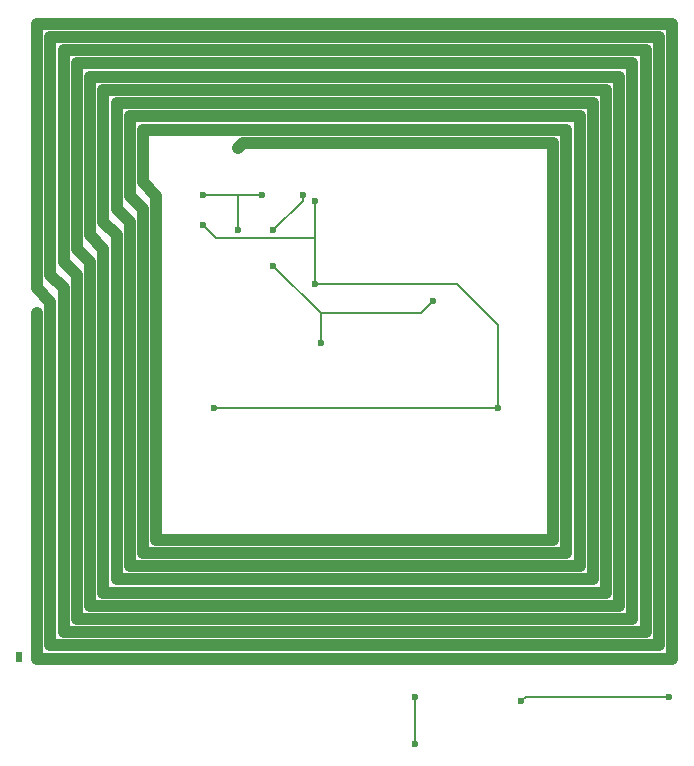
<source format=gbr>
%TF.GenerationSoftware,KiCad,Pcbnew,8.0.3-8.0.3-0~ubuntu24.04.1*%
%TF.CreationDate,2024-06-13T21:29:57+05:00*%
%TF.ProjectId,solartap_mcu,736f6c61-7274-4617-905f-6d63752e6b69,rev?*%
%TF.SameCoordinates,Original*%
%TF.FileFunction,Copper,L2,Bot*%
%TF.FilePolarity,Positive*%
%FSLAX46Y46*%
G04 Gerber Fmt 4.6, Leading zero omitted, Abs format (unit mm)*
G04 Created by KiCad (PCBNEW 8.0.3-8.0.3-0~ubuntu24.04.1) date 2024-06-13 21:29:57*
%MOMM*%
%LPD*%
G01*
G04 APERTURE LIST*
%TA.AperFunction,ComponentPad*%
%ADD10R,0.500000X0.900000*%
%TD*%
%TA.AperFunction,ViaPad*%
%ADD11C,0.600000*%
%TD*%
%TA.AperFunction,Conductor*%
%ADD12C,0.200000*%
%TD*%
%TA.AperFunction,Conductor*%
%ADD13C,1.000000*%
%TD*%
G04 APERTURE END LIST*
D10*
%TO.P,AE1,2*%
%TO.N,N/C*%
X66500000Y-101600000D03*
%TD*%
D11*
%TO.N,Net-(U2-IN)*%
X121500000Y-105000000D03*
X109000000Y-105362500D03*
%TO.N,+3.3V*%
X83000000Y-80500000D03*
%TO.N,GND*%
X101500000Y-71500000D03*
X92000000Y-75000000D03*
X88000000Y-68500000D03*
%TO.N,+3.3V*%
X107000000Y-80500000D03*
X82000000Y-65000000D03*
X91500000Y-70000000D03*
X91500000Y-63000000D03*
%TO.N,GND*%
X100000000Y-109000000D03*
X100000000Y-105000000D03*
X90500000Y-62500000D03*
X88000000Y-65500000D03*
X85000000Y-65500000D03*
X82000000Y-62500000D03*
X87000000Y-62500000D03*
%TO.N,Net-(U1-NFC1{slash}P0.09)*%
X68000000Y-72500000D03*
X85000000Y-58500000D03*
%TD*%
D12*
%TO.N,Net-(U2-IN)*%
X109000000Y-105362500D02*
X109362500Y-105000000D01*
X109362500Y-105000000D02*
X121500000Y-105000000D01*
%TO.N,+3.3V*%
X107000000Y-80500000D02*
X83000000Y-80500000D01*
%TO.N,GND*%
X85000000Y-65500000D02*
X85000000Y-62500000D01*
X84000000Y-62500000D02*
X87000000Y-62500000D01*
X82000000Y-62500000D02*
X84000000Y-62500000D01*
X101500000Y-71500000D02*
X100500000Y-72500000D01*
X100500000Y-72500000D02*
X92000000Y-72500000D01*
%TO.N,+3.3V*%
X91500000Y-70000000D02*
X103500000Y-70000000D01*
X103500000Y-70000000D02*
X107000000Y-73500000D01*
X107000000Y-73500000D02*
X107000000Y-80500000D01*
%TO.N,GND*%
X88000000Y-68500000D02*
X92000000Y-72500000D01*
X92000000Y-72500000D02*
X92000000Y-75000000D01*
%TO.N,+3.3V*%
X91500000Y-63000000D02*
X91500000Y-66000000D01*
X91500000Y-66000000D02*
X91500000Y-70000000D01*
X83100000Y-66100000D02*
X91400000Y-66100000D01*
X82000000Y-65000000D02*
X83100000Y-66100000D01*
X91400000Y-66100000D02*
X91500000Y-66000000D01*
%TO.N,GND*%
X100000000Y-105000000D02*
X100000000Y-109000000D01*
X88000000Y-65500000D02*
X90500000Y-63000000D01*
X90500000Y-63000000D02*
X90500000Y-62500000D01*
D13*
%TO.N,Net-(U1-NFC1{slash}P0.09)*%
X68000000Y-72500000D02*
X68000000Y-101760000D01*
X85420000Y-58080000D02*
X85000000Y-58500000D01*
X75840000Y-93920000D02*
X113920000Y-93920000D01*
X78080000Y-91680000D02*
X111680000Y-91680000D01*
X74720000Y-63680000D02*
X75840000Y-64800000D01*
X115040000Y-54720000D02*
X74720000Y-54720000D01*
X74720000Y-65920000D02*
X74720000Y-68160000D01*
X78080000Y-62560000D02*
X78080000Y-91680000D01*
X111680000Y-58080000D02*
X85420000Y-58080000D01*
X112800000Y-92800000D02*
X112800000Y-56960000D01*
X74720000Y-68160000D02*
X74720000Y-95040000D01*
X76960000Y-61440000D02*
X78080000Y-62560000D01*
X75840000Y-62560000D02*
X76960000Y-63680000D01*
X115040000Y-95040000D02*
X115040000Y-54720000D01*
X113920000Y-55840000D02*
X75840000Y-55840000D01*
X74720000Y-54720000D02*
X74720000Y-63680000D01*
X76960000Y-56960000D02*
X76960000Y-61440000D01*
X75840000Y-55840000D02*
X75840000Y-62560000D01*
X111680000Y-91680000D02*
X111680000Y-58080000D01*
X76960000Y-92800000D02*
X112800000Y-92800000D01*
X74720000Y-95040000D02*
X115040000Y-95040000D01*
X113920000Y-93920000D02*
X113920000Y-55840000D01*
X76960000Y-63680000D02*
X76960000Y-92800000D01*
X112800000Y-56960000D02*
X76960000Y-56960000D01*
X73600000Y-64800000D02*
X74720000Y-65920000D01*
X75840000Y-64800000D02*
X75840000Y-93920000D01*
X120640000Y-100640000D02*
X120640000Y-49120000D01*
X70240000Y-70400000D02*
X70240000Y-99520000D01*
X72480000Y-52480000D02*
X72480000Y-65920000D01*
X116160000Y-96160000D02*
X116160000Y-53600000D01*
X69120000Y-100640000D02*
X120640000Y-100640000D01*
X70240000Y-68160000D02*
X71360000Y-69280000D01*
X69120000Y-69280000D02*
X70240000Y-70400000D01*
X117280000Y-52480000D02*
X72480000Y-52480000D01*
X70240000Y-99520000D02*
X119520000Y-99520000D01*
X70240000Y-50240000D02*
X70240000Y-68160000D01*
X71360000Y-51360000D02*
X71360000Y-67040000D01*
X118400000Y-51360000D02*
X71360000Y-51360000D01*
X73600000Y-53600000D02*
X73600000Y-64800000D01*
X72480000Y-68160000D02*
X72480000Y-97280000D01*
X116160000Y-53600000D02*
X73600000Y-53600000D01*
X119520000Y-50240000D02*
X70240000Y-50240000D01*
X71360000Y-98400000D02*
X118400000Y-98400000D01*
X71360000Y-67040000D02*
X72480000Y-68160000D01*
X120640000Y-49120000D02*
X69120000Y-49120000D01*
X73600000Y-67040000D02*
X73600000Y-96160000D01*
X117280000Y-97280000D02*
X117280000Y-52480000D01*
X73600000Y-96160000D02*
X116160000Y-96160000D01*
X118400000Y-98400000D02*
X118400000Y-51360000D01*
X72480000Y-97280000D02*
X117280000Y-97280000D01*
X69120000Y-49120000D02*
X69120000Y-69280000D01*
X119520000Y-99520000D02*
X119520000Y-50240000D01*
X72480000Y-65920000D02*
X73600000Y-67040000D01*
X71360000Y-69280000D02*
X71360000Y-98400000D01*
X68000000Y-72640000D02*
X68000000Y-72500000D01*
X69120000Y-71520000D02*
X69120000Y-100640000D01*
X68000000Y-48000000D02*
X68000000Y-70400000D01*
X121760000Y-101760000D02*
X121760000Y-48000000D01*
X68000000Y-101760000D02*
X121760000Y-101760000D01*
X121760000Y-48000000D02*
X68000000Y-48000000D01*
X68000000Y-70400000D02*
X69120000Y-71520000D01*
%TD*%
M02*

</source>
